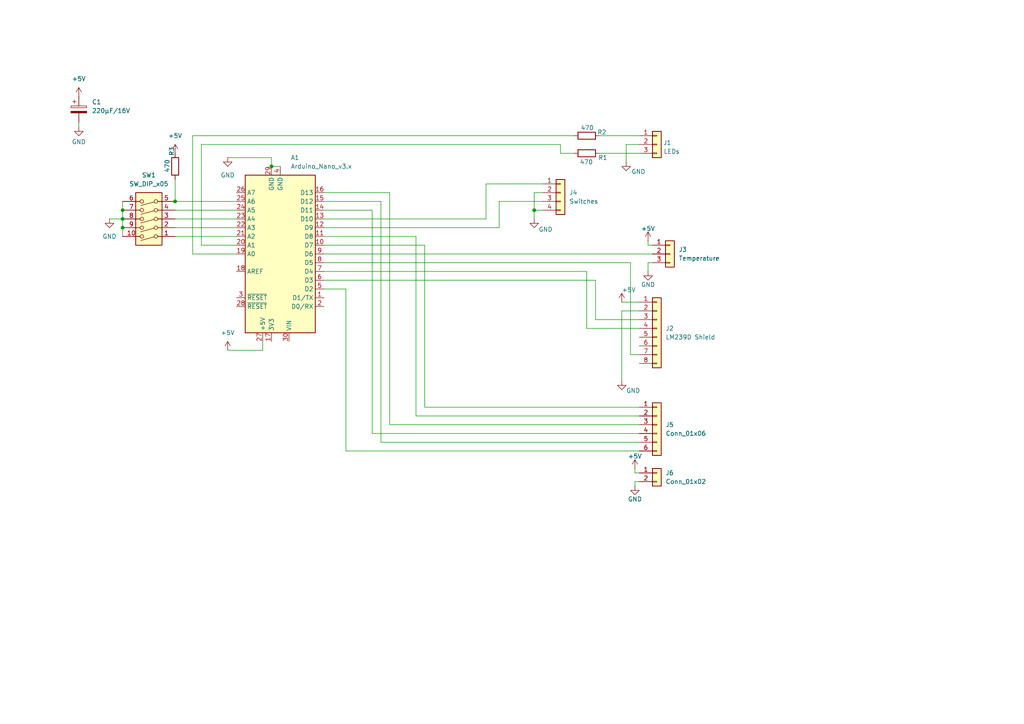
<source format=kicad_sch>
(kicad_sch (version 20231120) (generator "eeschema") (generator_version "8.0")
  (paper "A4")
  (lib_symbols
    (symbol "Connector_Generic:Conn_01x02" (pin_names (offset 1.016) hide)
      (property "Reference" "J" (at 0 2.54 0))
      (property "Value" "Conn_01x02" (at 0 -5.08 0))
      (symbol "Conn_01x02_1_1"
        (rectangle (start -1.27 -2.413) (end 0 -2.667) (stroke (width 0.1524)))
        (rectangle (start -1.27 0.127) (end 0 -0.127) (stroke (width 0.1524)))
        (rectangle (start -1.27 1.27) (end 1.27 -3.81) (stroke (width 0.254)) (fill (type background)))
        (pin passive line (at -5.08 0 0) (length 3.81) (name "Pin_1") (number "1"))
        (pin passive line (at -5.08 -2.54 0) (length 3.81) (name "Pin_2") (number "2"))
      )
    )
    (symbol "Connector_Generic:Conn_01x03" (pin_names (offset 1.016) hide)
      (property "Reference" "J" (at 0 5.08 0))
      (property "Value" "Conn_01x03" (at 0 -5.08 0))
      (symbol "Conn_01x03_1_1"
        (rectangle (start -1.27 -2.413) (end 0 -2.667) (stroke (width 0.1524)))
        (rectangle (start -1.27 0.127) (end 0 -0.127) (stroke (width 0.1524)))
        (rectangle (start -1.27 2.667) (end 0 2.413) (stroke (width 0.1524)))
        (rectangle (start -1.27 3.81) (end 1.27 -3.81) (stroke (width 0.254)) (fill (type background)))
        (pin passive line (at -5.08 2.54 0) (length 3.81) (name "Pin_1") (number "1"))
        (pin passive line (at -5.08 0 0) (length 3.81) (name "Pin_2") (number "2"))
        (pin passive line (at -5.08 -2.54 0) (length 3.81) (name "Pin_3") (number "3"))
      )
    )
    (symbol "Connector_Generic:Conn_01x04" (pin_names (offset 1.016) hide)
      (property "Reference" "J" (at 0 5.08 0))
      (property "Value" "Conn_01x04" (at 0 -7.62 0))
      (symbol "Conn_01x04_1_1"
        (rectangle (start -1.27 -4.953) (end 0 -5.207) (stroke (width 0.1524)))
        (rectangle (start -1.27 -2.413) (end 0 -2.667) (stroke (width 0.1524)))
        (rectangle (start -1.27 0.127) (end 0 -0.127) (stroke (width 0.1524)))
        (rectangle (start -1.27 2.667) (end 0 2.413) (stroke (width 0.1524)))
        (rectangle (start -1.27 3.81) (end 1.27 -6.35) (stroke (width 0.254)) (fill (type background)))
        (pin passive line (at -5.08 2.54 0) (length 3.81) (name "Pin_1") (number "1"))
        (pin passive line (at -5.08 0 0) (length 3.81) (name "Pin_2") (number "2"))
        (pin passive line (at -5.08 -2.54 0) (length 3.81) (name "Pin_3") (number "3"))
        (pin passive line (at -5.08 -5.08 0) (length 3.81) (name "Pin_4") (number "4"))
      )
    )
    (symbol "Connector_Generic:Conn_01x06" (pin_names (offset 1.016) hide)
      (property "Reference" "J" (at 0 7.62 0))
      (property "Value" "Conn_01x06" (at 0 -10.16 0))
      (symbol "Conn_01x06_1_1"
        (rectangle (start -1.27 -7.493) (end 0 -7.747) (stroke (width 0.1524)))
        (rectangle (start -1.27 -4.953) (end 0 -5.207) (stroke (width 0.1524)))
        (rectangle (start -1.27 -2.413) (end 0 -2.667) (stroke (width 0.1524)))
        (rectangle (start -1.27 0.127) (end 0 -0.127) (stroke (width 0.1524)))
        (rectangle (start -1.27 2.667) (end 0 2.413) (stroke (width 0.1524)))
        (rectangle (start -1.27 5.207) (end 0 4.953) (stroke (width 0.1524)))
        (rectangle (start -1.27 6.35) (end 1.27 -8.89) (stroke (width 0.254)) (fill (type background)))
        (pin passive line (at -5.08 5.08 0) (length 3.81) (name "Pin_1") (number "1"))
        (pin passive line (at -5.08 2.54 0) (length 3.81) (name "Pin_2") (number "2"))
        (pin passive line (at -5.08 0 0) (length 3.81) (name "Pin_3") (number "3"))
        (pin passive line (at -5.08 -2.54 0) (length 3.81) (name "Pin_4") (number "4"))
        (pin passive line (at -5.08 -5.08 0) (length 3.81) (name "Pin_5") (number "5"))
        (pin passive line (at -5.08 -7.62 0) (length 3.81) (name "Pin_6") (number "6"))
      )
    )
    (symbol "Connector_Generic:Conn_01x08" (pin_names (offset 1.016) hide)
      (property "Reference" "J" (at 0 10.16 0))
      (property "Value" "Conn_01x08" (at 0 -12.7 0))
      (symbol "Conn_01x08_1_1"
        (rectangle (start -1.27 -10.033) (end 0 -10.287) (stroke (width 0.1524)))
        (rectangle (start -1.27 -7.493) (end 0 -7.747) (stroke (width 0.1524)))
        (rectangle (start -1.27 -4.953) (end 0 -5.207) (stroke (width 0.1524)))
        (rectangle (start -1.27 -2.413) (end 0 -2.667) (stroke (width 0.1524)))
        (rectangle (start -1.27 0.127) (end 0 -0.127) (stroke (width 0.1524)))
        (rectangle (start -1.27 2.667) (end 0 2.413) (stroke (width 0.1524)))
        (rectangle (start -1.27 5.207) (end 0 4.953) (stroke (width 0.1524)))
        (rectangle (start -1.27 7.747) (end 0 7.493) (stroke (width 0.1524)))
        (rectangle (start -1.27 8.89) (end 1.27 -11.43) (stroke (width 0.254)) (fill (type background)))
        (pin passive line (at -5.08 7.62 0) (length 3.81) (name "Pin_1") (number "1"))
        (pin passive line (at -5.08 5.08 0) (length 3.81) (name "Pin_2") (number "2"))
        (pin passive line (at -5.08 2.54 0) (length 3.81) (name "Pin_3") (number "3"))
        (pin passive line (at -5.08 0 0) (length 3.81) (name "Pin_4") (number "4"))
        (pin passive line (at -5.08 -2.54 0) (length 3.81) (name "Pin_5") (number "5"))
        (pin passive line (at -5.08 -5.08 0) (length 3.81) (name "Pin_6") (number "6"))
        (pin passive line (at -5.08 -7.62 0) (length 3.81) (name "Pin_7") (number "7"))
        (pin passive line (at -5.08 -10.16 0) (length 3.81) (name "Pin_8") (number "8"))
      )
    )
    (symbol "Device:C_Polarized" (pin_numbers hide) (pin_names (offset 0.254))
      (property "Reference" "C" (at 0.635 2.54 0))
      (property "Value" "C_Polarized" (at 0.635 -2.54 0))
      (symbol "C_Polarized_0_1"
        (rectangle (start -2.286 0.508) (end 2.286 1.016))
        (polyline (pts (xy -1.778 2.286) (xy -0.762 2.286)))
        (polyline (pts (xy -1.27 2.794) (xy -1.27 1.778)))
        (rectangle (start 2.286 -0.508) (end -2.286 -1.016) (fill (type outline)))
      )
      (symbol "C_Polarized_1_1"
        (pin passive line (at 0 3.81 270) (length 2.794) (name "~") (number "1"))
        (pin passive line (at 0 -3.81 90) (length 2.794) (name "~") (number "2"))
      )
    )
    (symbol "Device:R" (pin_numbers hide) (pin_names (offset 0))
      (property "Reference" "R" (at 2.032 0 90))
      (property "Value" "R" (at 0 0 90))
      (symbol "R_0_1"
        (rectangle (start -1.016 -2.54) (end 1.016 2.54) (stroke (width 0.254)))
      )
      (symbol "R_1_1"
        (pin passive line (at 0 3.81 270) (length 1.27) (name "~") (number "1"))
        (pin passive line (at 0 -3.81 90) (length 1.27) (name "~") (number "2"))
      )
    )
    (symbol "MCU_Module:Arduino_Nano_v3.x"
      (property "Reference" "A" (at -10.16 23.495 0))
      (property "Value" "Arduino_Nano_v3.x" (at 5.08 -24.13 0))
      (symbol "Arduino_Nano_v3.x_0_1"
        (rectangle (start -10.16 22.86) (end 10.16 -22.86) (stroke (width 0.254)) (fill (type background)))
      )
      (symbol "Arduino_Nano_v3.x_1_1"
        (pin bidirectional line (at -12.7 12.7 0) (length 2.54) (name "D1/TX") (number "1"))
        (pin bidirectional line (at -12.7 -2.54 0) (length 2.54) (name "D7") (number "10"))
        (pin bidirectional line (at -12.7 -5.08 0) (length 2.54) (name "D8") (number "11"))
        (pin bidirectional line (at -12.7 -7.62 0) (length 2.54) (name "D9") (number "12"))
        (pin bidirectional line (at -12.7 -10.16 0) (length 2.54) (name "D10") (number "13"))
        (pin bidirectional line (at -12.7 -12.7 0) (length 2.54) (name "D11") (number "14"))
        (pin bidirectional line (at -12.7 -15.24 0) (length 2.54) (name "D12") (number "15"))
        (pin bidirectional line (at -12.7 -17.78 0) (length 2.54) (name "D13") (number "16"))
        (pin power_out line (at 2.54 25.4 270) (length 2.54) (name "3V3") (number "17"))
        (pin input line (at 12.7 5.08 180) (length 2.54) (name "AREF") (number "18"))
        (pin bidirectional line (at 12.7 0 180) (length 2.54) (name "A0") (number "19"))
        (pin bidirectional line (at -12.7 15.24 0) (length 2.54) (name "D0/RX") (number "2"))
        (pin bidirectional line (at 12.7 -2.54 180) (length 2.54) (name "A1") (number "20"))
        (pin bidirectional line (at 12.7 -5.08 180) (length 2.54) (name "A2") (number "21"))
        (pin bidirectional line (at 12.7 -7.62 180) (length 2.54) (name "A3") (number "22"))
        (pin bidirectional line (at 12.7 -10.16 180) (length 2.54) (name "A4") (number "23"))
        (pin bidirectional line (at 12.7 -12.7 180) (length 2.54) (name "A5") (number "24"))
        (pin bidirectional line (at 12.7 -15.24 180) (length 2.54) (name "A6") (number "25"))
        (pin bidirectional line (at 12.7 -17.78 180) (length 2.54) (name "A7") (number "26"))
        (pin power_out line (at 5.08 25.4 270) (length 2.54) (name "+5V") (number "27"))
        (pin input line (at 12.7 15.24 180) (length 2.54) (name "~{RESET}") (number "28"))
        (pin power_in line (at 2.54 -25.4 90) (length 2.54) (name "GND") (number "29"))
        (pin input line (at 12.7 12.7 180) (length 2.54) (name "~{RESET}") (number "3"))
        (pin power_in line (at -2.54 25.4 270) (length 2.54) (name "VIN") (number "30"))
        (pin power_in line (at 0 -25.4 90) (length 2.54) (name "GND") (number "4"))
        (pin bidirectional line (at -12.7 10.16 0) (length 2.54) (name "D2") (number "5"))
        (pin bidirectional line (at -12.7 7.62 0) (length 2.54) (name "D3") (number "6"))
        (pin bidirectional line (at -12.7 5.08 0) (length 2.54) (name "D4") (number "7"))
        (pin bidirectional line (at -12.7 2.54 0) (length 2.54) (name "D5") (number "8"))
        (pin bidirectional line (at -12.7 0 0) (length 2.54) (name "D6") (number "9"))
      )
    )
    (symbol "Switch:SW_DIP_x05" (pin_names (offset 0) hide)
      (property "Reference" "SW" (at 0 8.89 0))
      (property "Value" "SW_DIP_x05" (at 0 -8.89 0))
      (symbol "SW_DIP_x05_0_0"
        (circle (center -2.032 -5.08) (radius 0.508))
        (circle (center -2.032 -2.54) (radius 0.508))
        (circle (center -2.032 0) (radius 0.508))
        (circle (center -2.032 2.54) (radius 0.508))
        (circle (center -2.032 5.08) (radius 0.508))
        (polyline (pts (xy -1.524 -4.9276) (xy 2.3622 -3.8862)))
        (polyline (pts (xy -1.524 -2.3876) (xy 2.3622 -1.3462)))
        (polyline (pts (xy -1.524 0.127) (xy 2.3622 1.1684)))
        (polyline (pts (xy -1.524 2.667) (xy 2.3622 3.7084)))
        (polyline (pts (xy -1.524 5.207) (xy 2.3622 6.2484)))
        (circle (center 2.032 -5.08) (radius 0.508))
        (circle (center 2.032 -2.54) (radius 0.508))
        (circle (center 2.032 0) (radius 0.508))
        (circle (center 2.032 2.54) (radius 0.508))
        (circle (center 2.032 5.08) (radius 0.508))
      )
      (symbol "SW_DIP_x05_0_1"
        (rectangle (start -3.81 7.62) (end 3.81 -7.62) (stroke (width 0.254)) (fill (type background)))
      )
      (symbol "SW_DIP_x05_1_1"
        (pin passive line (at -7.62 5.08 0) (length 5.08) (name "~") (number "1"))
        (pin passive line (at 7.62 5.08 180) (length 5.08) (name "~") (number "10"))
        (pin passive line (at -7.62 2.54 0) (length 5.08) (name "~") (number "2"))
        (pin passive line (at -7.62 0 0) (length 5.08) (name "~") (number "3"))
        (pin passive line (at -7.62 -2.54 0) (length 5.08) (name "~") (number "4"))
        (pin passive line (at -7.62 -5.08 0) (length 5.08) (name "~") (number "5"))
        (pin passive line (at 7.62 -5.08 180) (length 5.08) (name "~") (number "6"))
        (pin passive line (at 7.62 -2.54 180) (length 5.08) (name "~") (number "7"))
        (pin passive line (at 7.62 0 180) (length 5.08) (name "~") (number "8"))
        (pin passive line (at 7.62 2.54 180) (length 5.08) (name "~") (number "9"))
      )
    )
    (symbol "power:+5V" (power) (pin_numbers hide) (pin_names (offset 0) hide)
      (property "Value" "+5V" (at 0 3.556 0))
      (symbol "+5V_0_1"
        (polyline (pts (xy -0.762 1.27) (xy 0 2.54)))
        (polyline (pts (xy 0 0) (xy 0 2.54)))
        (polyline (pts (xy 0 2.54) (xy 0.762 1.27)))
      )
      (symbol "+5V_1_1"
        (pin power_in line (at 0 0 90) (length 0) (name "~") (number "1"))
      )
    )
    (symbol "power:GND" (power) (pin_numbers hide) (pin_names (offset 0) hide)
      (property "Value" "GND" (at 0 -3.81 0))
      (symbol "GND_0_1"
        (polyline (pts (xy 0 0) (xy 0 -1.27) (xy 1.27 -1.27) (xy 0 -2.54) (xy -1.27 -1.27) (xy 0 -1.27)))
      )
      (symbol "GND_1_1"
        (pin power_in line (at 0 0 270) (length 0) (name "~") (number "1"))
      )
    )
  )
  (junction (at 35.56 60.96))
  (junction (at 35.56 66.04))
  (junction (at 78.74 48.26))
  (junction (at 50.8 58.42))
  (junction (at 154.94 60.96))
  (junction (at 35.56 63.5))
  (wire (pts (xy 55.88 39.37) (xy 55.88 73.66)))
  (wire (pts (xy 78.74 48.26) (xy 78.74 45.72)))
  (wire (pts (xy 184.15 137.16) (xy 184.15 135.89)))
  (wire (pts (xy 144.78 58.42) (xy 157.48 58.42)))
  (wire (pts (xy 76.2 99.06) (xy 76.2 101.6)))
  (wire (pts (xy 107.95 125.73) (xy 107.95 60.96)))
  (wire (pts (xy 154.94 55.88) (xy 154.94 60.96)))
  (wire (pts (xy 120.65 120.65) (xy 120.65 68.58)))
  (wire (pts (xy 107.95 60.96) (xy 93.98 60.96)))
  (wire (pts (xy 50.8 63.5) (xy 68.58 63.5)))
  (wire (pts (xy 182.88 76.2) (xy 182.88 102.87)))
  (wire (pts (xy 113.03 123.19) (xy 113.03 55.88)))
  (wire (pts (xy 189.23 76.2) (xy 187.96 76.2)))
  (wire (pts (xy 180.34 90.17) (xy 185.42 90.17)))
  (wire (pts (xy 144.78 66.04) (xy 144.78 58.42)))
  (wire (pts (xy 162.56 44.45) (xy 162.56 41.91)))
  (wire (pts (xy 187.96 76.2) (xy 187.96 78.74)))
  (wire (pts (xy 140.97 53.34) (xy 140.97 63.5)))
  (wire (pts (xy 35.56 63.5) (xy 35.56 66.04)))
  (wire (pts (xy 154.94 60.96) (xy 154.94 63.5)))
  (wire (pts (xy 113.03 55.88) (xy 93.98 55.88)))
  (wire (pts (xy 157.48 53.34) (xy 140.97 53.34)))
  (wire (pts (xy 58.42 41.91) (xy 58.42 71.12)))
  (wire (pts (xy 110.49 128.27) (xy 110.49 58.42)))
  (wire (pts (xy 185.42 139.7) (xy 184.15 139.7)))
  (wire (pts (xy 100.33 130.81) (xy 185.42 130.81)))
  (wire (pts (xy 123.19 118.11) (xy 123.19 71.12)))
  (wire (pts (xy 185.42 92.71) (xy 172.72 92.71)))
  (wire (pts (xy 180.34 110.49) (xy 180.34 90.17)))
  (wire (pts (xy 140.97 63.5) (xy 93.98 63.5)))
  (wire (pts (xy 22.86 35.56) (xy 22.86 36.83)))
  (wire (pts (xy 185.42 128.27) (xy 110.49 128.27)))
  (wire (pts (xy 35.56 66.04) (xy 35.56 68.58)))
  (wire (pts (xy 35.56 60.96) (xy 35.56 63.5)))
  (wire (pts (xy 157.48 55.88) (xy 154.94 55.88)))
  (wire (pts (xy 170.18 95.25) (xy 170.18 78.74)))
  (wire (pts (xy 66.04 45.72) (xy 78.74 45.72)))
  (wire (pts (xy 120.65 68.58) (xy 93.98 68.58)))
  (wire (pts (xy 50.8 68.58) (xy 68.58 68.58)))
  (wire (pts (xy 172.72 81.28) (xy 93.98 81.28)))
  (wire (pts (xy 172.72 92.71) (xy 172.72 81.28)))
  (wire (pts (xy 184.15 139.7) (xy 184.15 140.97)))
  (wire (pts (xy 100.33 83.82) (xy 93.98 83.82)))
  (wire (pts (xy 93.98 71.12) (xy 123.19 71.12)))
  (wire (pts (xy 181.61 41.91) (xy 181.61 46.99)))
  (wire (pts (xy 31.75 63.5) (xy 35.56 63.5)))
  (wire (pts (xy 93.98 73.66) (xy 189.23 73.66)))
  (wire (pts (xy 187.96 69.85) (xy 187.96 71.12)))
  (wire (pts (xy 66.04 101.6) (xy 76.2 101.6)))
  (wire (pts (xy 170.18 78.74) (xy 93.98 78.74)))
  (wire (pts (xy 50.8 66.04) (xy 68.58 66.04)))
  (wire (pts (xy 157.48 60.96) (xy 154.94 60.96)))
  (wire (pts (xy 55.88 39.37) (xy 166.37 39.37)))
  (wire (pts (xy 55.88 73.66) (xy 68.58 73.66)))
  (wire (pts (xy 187.96 71.12) (xy 189.23 71.12)))
  (wire (pts (xy 182.88 76.2) (xy 93.98 76.2)))
  (wire (pts (xy 185.42 120.65) (xy 120.65 120.65)))
  (wire (pts (xy 180.34 87.63) (xy 185.42 87.63)))
  (wire (pts (xy 162.56 44.45) (xy 166.37 44.45)))
  (wire (pts (xy 93.98 66.04) (xy 144.78 66.04)))
  (wire (pts (xy 162.56 41.91) (xy 58.42 41.91)))
  (wire (pts (xy 173.99 39.37) (xy 185.42 39.37)))
  (wire (pts (xy 113.03 123.19) (xy 185.42 123.19)))
  (wire (pts (xy 78.74 48.26) (xy 81.28 48.26)))
  (wire (pts (xy 182.88 102.87) (xy 185.42 102.87)))
  (wire (pts (xy 110.49 58.42) (xy 93.98 58.42)))
  (wire (pts (xy 185.42 95.25) (xy 170.18 95.25)))
  (wire (pts (xy 185.42 118.11) (xy 123.19 118.11)))
  (wire (pts (xy 35.56 58.42) (xy 35.56 60.96)))
  (wire (pts (xy 185.42 41.91) (xy 181.61 41.91)))
  (wire (pts (xy 50.8 52.07) (xy 50.8 58.42)))
  (wire (pts (xy 58.42 71.12) (xy 68.58 71.12)))
  (wire (pts (xy 50.8 60.96) (xy 68.58 60.96)))
  (wire (pts (xy 100.33 83.82) (xy 100.33 130.81)))
  (wire (pts (xy 185.42 137.16) (xy 184.15 137.16)))
  (wire (pts (xy 50.8 58.42) (xy 68.58 58.42)))
  (wire (pts (xy 173.99 44.45) (xy 185.42 44.45)))
  (wire (pts (xy 185.42 125.73) (xy 107.95 125.73)))
  (symbol (lib_id "power:GND") (at 180.34 110.49 0) (unit 1)
    (property "Reference" "#PWR03" (effects (hide yes)))
    (property "Value" "GND" (at 183.642 113.284 0))
    (property "Description" "Power symbol creates a global label with name \"GND\" , ground" (effects (hide yes)))
  )
  (symbol (lib_id "power:+5V") (at 50.8 44.45 0) (unit 1)
    (property "Reference" "#PWR09" (effects (hide yes)))
    (property "Value" "+5V" (at 50.8 39.37 0))
    (property "Description" "Power symbol creates a global label with name \"+5V\"" (effects (hide yes)))
  )
  (symbol (lib_id "power:+5V") (at 180.34 87.63 0) (unit 1)
    (property "Reference" "#PWR05" (effects (hide yes)))
    (property "Value" "+5V" (at 182.372 84.074 0))
    (property "Description" "Power symbol creates a global label with name \"+5V\"" (effects (hide yes)))
  )
  (symbol (lib_id "power:GND") (at 181.61 46.99 0) (unit 1)
    (property "Reference" "#PWR01" (effects (hide yes)))
    (property "Value" "GND" (at 185.166 49.784 0))
    (property "Description" "Power symbol creates a global label with name \"GND\" , ground" (effects (hide yes)))
  )
  (symbol (lib_id "power:+5V") (at 22.86 27.94 0) (unit 1)
    (property "Reference" "#PWR014" (effects (hide yes)))
    (property "Value" "+5V" (at 22.86 22.86 0))
    (property "Description" "Power symbol creates a global label with name \"+5V\"" (effects (hide yes)))
  )
  (symbol (lib_id "Connector_Generic:Conn_01x02") (at 190.5 137.16 0) (unit 1)
    (property "Reference" "J6" (at 193.04 137.1599 0) (effects (justify left)))
    (property "Value" "Conn_01x02" (at 193.04 139.6999 0) (effects (justify left)))
    (property "Footprint" "Connector_PinHeader_2.54mm:PinHeader_1x02_P2.54mm_Vertical" (effects (hide yes)))
    (property "Description" "Generic connector, single row, 01x02, script generated (kicad-library-utils/schlib/autogen/connector/)" (effects (hide yes)))
  )
  (symbol (lib_id "power:GND") (at 154.94 63.5 0) (unit 1)
    (property "Reference" "#PWR012" (effects (hide yes)))
    (property "Value" "GND" (at 158.242 66.548 0))
    (property "Description" "Power symbol creates a global label with name \"GND\" , ground" (effects (hide yes)))
  )
  (symbol (lib_id "Device:C_Polarized") (at 22.86 31.75 0) (unit 1)
    (property "Reference" "C1" (at 26.67 29.5909 0) (effects (justify left)))
    (property "Value" "220µF/16V" (at 26.67 32.1309 0) (effects (justify left)))
    (property "Footprint" "Capacitor_THT:CP_Radial_D8.0mm_P5.00mm" (effects (hide yes)))
    (property "Description" "Polarized capacitor" (effects (hide yes)))
  )
  (symbol (lib_id "Connector_Generic:Conn_01x08") (at 190.5 95.25 0) (unit 1)
    (property "Reference" "J2" (at 193.04 95.2499 0) (effects (justify left)))
    (property "Value" "LM239D Shield" (at 193.04 97.7899 0) (effects (justify left)))
    (property "Footprint" "Connector_PinHeader_2.54mm:PinHeader_1x08_P2.54mm_Vertical" (effects (hide yes)))
    (property "Description" "Generic connector, single row, 01x08, script generated (kicad-library-utils/schlib/autogen/connector/)" (effects (hide yes)))
  )
  (symbol (lib_id "power:+5V") (at 66.04 101.6 0) (unit 1)
    (property "Reference" "#PWR04" (effects (hide yes)))
    (property "Value" "+5V" (at 66.04 96.52 0))
    (property "Description" "Power symbol creates a global label with name \"+5V\"" (effects (hide yes)))
  )
  (symbol (lib_id "power:+5V") (at 187.96 69.85 0) (unit 1)
    (property "Reference" "#PWR011" (effects (hide yes)))
    (property "Value" "+5V" (at 187.96 66.294 0))
    (property "Description" "Power symbol creates a global label with name \"+5V\"" (effects (hide yes)))
  )
  (symbol (lib_id "Connector_Generic:Conn_01x03") (at 194.31 73.66 0) (unit 1)
    (property "Reference" "J3" (at 196.85 72.3899 0) (effects (justify left)))
    (property "Value" "Temperature" (at 196.85 74.9299 0) (effects (justify left)))
    (property "Footprint" "Connector_PinHeader_2.54mm:PinHeader_1x03_P2.54mm_Vertical" (effects (hide yes)))
    (property "Description" "Generic connector, single row, 01x03, script generated (kicad-library-utils/schlib/autogen/connector/)" (effects (hide yes)))
  )
  (symbol (lib_id "power:GND") (at 66.04 45.72 0) (unit 1)
    (property "Reference" "#PWR02" (effects (hide yes)))
    (property "Value" "GND" (at 66.04 50.8 0))
    (property "Description" "Power symbol creates a global label with name \"GND\" , ground" (effects (hide yes)))
  )
  (symbol (lib_id "power:GND") (at 187.96 78.74 0) (unit 1)
    (property "Reference" "#PWR010" (effects (hide yes)))
    (property "Value" "GND" (at 187.96 82.55 0))
    (property "Description" "Power symbol creates a global label with name \"GND\" , ground" (effects (hide yes)))
  )
  (symbol (lib_id "power:GND") (at 184.15 140.97 0) (unit 1)
    (property "Reference" "#PWR07" (effects (hide yes)))
    (property "Value" "GND" (at 184.15 144.78 0))
    (property "Description" "Power symbol creates a global label with name \"GND\" , ground" (effects (hide yes)))
  )
  (symbol (lib_id "Device:R") (at 170.18 44.45 270) (unit 1)
    (property "Reference" "R1" (at 173.482 45.72 90) (effects (justify left)))
    (property "Value" "470" (at 168.148 46.99 90) (effects (justify left)))
    (property "Footprint" "Resistor_SMD:R_0805_2012Metric" (effects (hide yes)))
    (property "Description" "Resistor" (effects (hide yes)))
  )
  (symbol (lib_id "Device:R") (at 50.8 48.26 0) (unit 1)
    (property "Reference" "R3" (at 49.784 45.212 90) (effects (justify left)))
    (property "Value" "470" (at 48.514 50.038 90) (effects (justify left)))
    (property "Footprint" "Resistor_SMD:R_0805_2012Metric" (effects (hide yes)))
    (property "Description" "Resistor" (effects (hide yes)))
  )
  (symbol (lib_id "power:GND") (at 22.86 36.83 0) (unit 1)
    (property "Reference" "#PWR015" (effects (hide yes)))
    (property "Value" "GND" (at 22.86 41.148 0))
    (property "Description" "Power symbol creates a global label with name \"GND\" , ground" (effects (hide yes)))
  )
  (symbol (lib_id "Device:R") (at 170.18 39.37 270) (unit 1)
    (property "Reference" "R2" (at 173.228 38.354 90) (effects (justify left)))
    (property "Value" "470" (at 168.402 37.084 90) (effects (justify left)))
    (property "Footprint" "Resistor_SMD:R_0805_2012Metric" (effects (hide yes)))
    (property "Description" "Resistor" (effects (hide yes)))
  )
  (symbol (lib_id "power:+5V") (at 184.15 135.89 0) (unit 1)
    (property "Reference" "#PWR06" (effects (hide yes)))
    (property "Value" "+5V" (at 184.15 132.334 0))
    (property "Description" "Power symbol creates a global label with name \"+5V\"" (effects (hide yes)))
  )
  (symbol (lib_id "power:GND") (at 31.75 63.5 0) (unit 1)
    (property "Reference" "#PWR08" (effects (hide yes)))
    (property "Value" "GND" (at 31.75 68.58 0))
    (property "Description" "Power symbol creates a global label with name \"GND\" , ground" (effects (hide yes)))
  )
  (symbol (lib_id "Connector_Generic:Conn_01x04") (at 162.56 55.88 0) (unit 1)
    (property "Reference" "J4" (at 165.1 55.8799 0) (effects (justify left)))
    (property "Value" "Switches" (at 165.1 58.4199 0) (effects (justify left)))
    (property "Footprint" "Connector_PinHeader_2.54mm:PinHeader_1x04_P2.54mm_Vertical" (effects (hide yes)))
    (property "Description" "Generic connector, single row, 01x04, script generated (kicad-library-utils/schlib/autogen/connector/)" (effects (hide yes)))
  )
  (symbol (lib_id "Switch:SW_DIP_x05") (at 43.18 63.5 180) (unit 1)
    (property "Reference" "SW1" (at 43.18 50.8 0))
    (property "Value" "SW_DIP_x05" (at 43.18 53.34 0))
    (property "Footprint" "Button_Switch_THT:SW_DIP_SPSTx05_Slide_9.78x14.88mm_W7.62mm_P2.54mm" (effects (hide yes)))
    (property "Description" "5x DIP Switch, Single Pole Single Throw (SPST) switch, small symbol" (effects (hide yes)))
  )
  (symbol (lib_id "Connector_Generic:Conn_01x03") (at 190.5 41.91 0) (unit 1)
    (property "Reference" "J1" (at 193.548 41.402 0))
    (property "Value" "LEDs" (at 194.818 43.942 0))
    (property "Footprint" "Connector_PinHeader_2.54mm:PinHeader_1x03_P2.54mm_Vertical" (effects (hide yes)))
    (property "Description" "Generic connector, single row, 01x03, script generated (kicad-library-utils/schlib/autogen/connector/)" (effects (hide yes)))
  )
  (symbol (lib_id "Connector_Generic:Conn_01x06") (at 190.5 123.19 0) (unit 1)
    (property "Reference" "J5" (at 193.04 123.1899 0) (effects (justify left)))
    (property "Value" "Conn_01x06" (at 193.04 125.7299 0) (effects (justify left)))
    (property "Footprint" "Connector_PinHeader_2.54mm:PinHeader_1x06_P2.54mm_Vertical" (effects (hide yes)))
    (property "Description" "Generic connector, single row, 01x06, script generated (kicad-library-utils/schlib/autogen/connector/)" (effects (hide yes)))
  )
  (symbol (lib_id "MCU_Module:Arduino_Nano_v3.x") (at 81.28 73.66 180) (unit 1)
    (property "Reference" "A1" (at 84.2965 45.72 0) (effects (justify right)))
    (property "Value" "Arduino_Nano_v3.x" (at 84.2965 48.26 0) (effects (justify right)))
    (property "Footprint" "Module:Arduino_Nano" (effects (hide yes)))
    (property "Datasheet" "http://www.mouser.com/pdfdocs/Gravitech_Arduino_Nano3_0.pdf" (effects (hide yes)))
    (property "Description" "Arduino Nano v3.x" (effects (hide yes)))
  )
)
</source>
